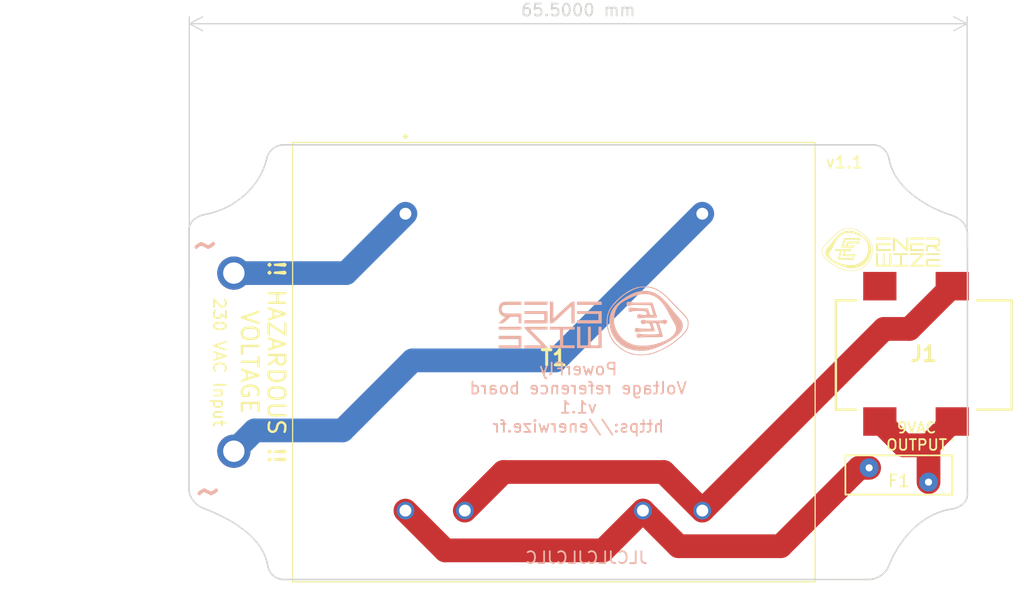
<source format=kicad_pcb>
(kicad_pcb (version 20221018) (generator pcbnew)
  (layers (0 "F.Cu" signal) (31 "B.Cu" signal) (34 "B.Paste" user) (35 "F.Paste" user) (36 "B.SilkS" user "B.Silkscreen") (37 "F.SilkS" user "F.Silkscreen") (38 "B.Mask" user) (39 "F.Mask" user) (44 "Edge.Cuts" user))
  (net 0 "")
  (net 1 "Net-(T1-PRI_1)")
  (net 2 "Net-(T1-PRI_2)")
  (net 3 "Net-(T1-NC_2)")
  (net 4 "Net-(F1-Pad1)")
  (net 5 "Net-(T1-NC_1)")
  (footprint "MountingHole:MountingHole_2.5mm" (layer "F.Cu") (at 116.05 95.85)
    (fp_text reference "H2" hide)
    (fp_text value "MountingHole")
    (pad "" np_thru_hole circle (at 0 0) (size 2.5 2.5) (drill 2.5) (layers "*.Cu" "*.Mask"))
  )
  (footprint "MountingHole:MountingHole_2.5mm" (layer "F.Cu") (at 116.05 69.85)
    (fp_text reference "H1" hide)
    (fp_text value "MountingHole")
    (pad "" np_thru_hole circle (at 0 0) (size 2.5 2.5) (drill 2.5) (layers "F&B.Cu" "*.Mask"))
  )
  (footprint "MountingHole:MountingHole_2.5mm" (layer "F.Cu") (at 167.05 95.85)
    (fp_text reference "H4" hide)
    (fp_text value "MountingHole")
    (pad "" np_thru_hole circle (at 0 0) (size 2.5 2.5) (drill 2.5) (layers "F&B.Cu" "*.Mask"))
  )
  (footprint "my_package:44230" (layer "F.Cu") (at 127.5 70.35)
    (fp_text reference "T1" (at 12.5 12.15) (layer "F.SilkS") (effects (font (size 1.27 1.27) (thickness 0.254))))
    (fp_text value "44230" hide)
    (pad "1" thru_hole circle (at 0 0) (size 1.5 1.5) (drill 1) (layers "*.Cu" "*.Mask") (net 1 "Net-(T1-PRI_1)"))
    (pad "5" thru_hole circle (at 25 0) (size 1.5 1.5) (drill 1) (layers "*.Cu" "*.Mask") (net 2 "Net-(T1-PRI_2)"))
    (pad "6" thru_hole circle (at 25 25) (size 1.5 1.5) (drill 1) (layers "*.Cu" "*.Mask") (net 5 "Net-(T1-NC_1)"))
    (pad "7" thru_hole circle (at 20 25) (size 1.5 1.5) (drill 1) (layers "*.Cu" "*.Mask") (net 3 "Net-(T1-NC_2)"))
    (pad "9" thru_hole circle (at 5 25) (size 1.5 1.5) (drill 1) (layers "*.Cu" "*.Mask") (net 5 "Net-(T1-NC_1)"))
    (pad "10" thru_hole circle (at 0 25) (size 1.5 1.5) (drill 1) (layers "*.Cu" "*.Mask") (net 3 "Net-(T1-NC_2)"))
  )
  (footprint "Enerwize:BottomSolder_2,5mm2" (layer "F.Cu") (at 113.05 75.35)
    (fp_text reference "H5" hide)
    (fp_text value "MountingHole_Pad")
    (pad "" thru_hole circle (at 0 0) (size 2.8 2.8) (drill 1.8) (layers "*.Cu" "B.Mask"))
  )
  (footprint "my_package:logotype_complet_10x3.6mm" (layer "F.Cu") (at 167.55 73.35)
    (fp_text reference "G***" hide)
    (fp_text value "LOGO" hide)
  )
  (footprint "Enerwize:BottomSolder_2,5mm2" (layer "F.Cu") (at 113.05 90.35)
    (fp_text reference "H6" hide)
    (fp_text value "MountingHole_Pad")
    (pad "" thru_hole circle (at 0 0) (size 2.8 2.8) (drill 1.8) (layers "*.Cu" "B.Mask"))
  )
  (footprint "Enerwize:DC00525A20SMT" (layer "F.Cu") (at 171.15 82.15 180)
    (fp_text reference "J1" (at 0 0 180) (layer "F.SilkS") (effects (font (size 1.27 1.27) (thickness 0.254))))
    (fp_text value "DC-005-2.5A-2.0-SMT" hide)
    (pad "" np_thru_hole circle (at -2.4 0 180) (size 1.5 1.5) (drill 1.5) (layers "*.Cu" "*.Mask"))
    (pad "" np_thru_hole circle (at 2.1 0 180) (size 1.7 1.7) (drill 1.7) (layers "*.Cu" "*.Mask"))
    (pad "1" smd rect (at -2.4 -5.7 270) (size 2.4 2.8) (layers "F.Cu" "F.Paste" "F.Mask") (net 4 "Net-(F1-Pad1)"))
    (pad "2" smd rect (at -2.4 5.7 270) (size 2.4 2.8) (layers "F.Cu" "F.Paste" "F.Mask") (net 5 "Net-(T1-NC_1)"))
    (pad "3" smd rect (at 3.7 5.7 270) (size 2.4 2.8) (layers "F.Cu" "F.Paste" "F.Mask"))
    (pad "4" smd rect (at 3.7 -5.7 270) (size 2.4 2.8) (layers "F.Cu" "F.Paste" "F.Mask") (net 4 "Net-(F1-Pad1)"))
  )
  (footprint "MountingHole:MountingHole_2.5mm" (layer "F.Cu") (at 167.05 69.85)
    (fp_text reference "H3" hide)
    (fp_text value "MountingHole")
    (pad "" np_thru_hole circle (at 0 0) (size 2.5 2.5) (drill 2.5) (layers "F&B.Cu" "*.Mask"))
  )
  (footprint "Enerwize:RV_Disc_D9mm_W3.3mm_P5mm" (layer "F.Cu") (at 171.55 92.95 180)
    (fp_text reference "F1" (at 2.5 0.1) (layer "F.SilkS"))
    (fp_text value "630mA")
    (pad "1" thru_hole circle (at 0 0 180) (size 1.6 1.6) (drill 0.6) (layers "*.Cu" "*.Mask") (net 4 "Net-(F1-Pad1)"))
    (pad "2" thru_hole circle (at 5 1.2 180) (size 1.6 1.6) (drill 0.6) (layers "*.Cu" "*.Mask") (net 3 "Net-(T1-NC_2)"))
  )
  (footprint "my_package:logotype_complet_16x6mm" (layer "B.Cu") (at 143.35 79.35 180)
    (fp_text reference "G***" hide)
    (fp_text value "LOGO" hide)
  )
  (gr_line (start 116.793126 64.621618) (end 116.854175 64.602811) (stroke (width 0.125179)) (layer "Edge.Cuts"))
  (gr_line (start 110.03093 94.898164) (end 109.92313 94.811307) (stroke (width 0.125179)) (layer "Edge.Cuts"))
  (gr_line (start 167.575574 64.753065) (end 167.625704 64.78628) (stroke (width 0.125179)) (layer "Edge.Cuts"))
  (gr_line (start 116.134634 65.073246) (end 116.175164 65.02692) (stroke (width 0.125179)) (layer "Edge.Cuts"))
  (gr_line (start 116.633232 101.006819) (end 116.580519 100.97811) (stroke (width 0.125179)) (layer "Edge.Cuts"))
  (gr_line (start 109.616919 70.912291) (end 109.660659 70.869455) (stroke (width 0.125179)) (layer "Edge.Cuts"))
  (gr_line (start 167.94411 100.446911) (end 167.901694 100.497379) (stroke (width 0.125179)) (layer "Edge.Cuts"))
  (gr_line (start 173.807252 70.599836) (end 173.927981 70.662474) (stroke (width 0.125179)) (layer "Edge.Cuts"))
  (gr_line (start 109.348097 93.990978) (end 109.328403 93.929924) (stroke (width 0.125179)) (layer "Edge.Cuts"))
  (gr_line (start 115.861176 65.550787) (end 115.882884 65.493296) (stroke (width 0.125179)) (layer "Edge.Cuts"))
  (gr_line (start 166.922596 64.550492) (end 166.989039 64.555127) (stroke (width 0.125179)) (layer "Edge.Cuts"))
  (gr_line (start 109.660659 70.869455) (end 109.706489 70.828162) (stroke (width 0.125179)) (layer "Edge.Cuts"))
  (gr_line (start 109.706489 70.828162) (end 109.754321 70.788455) (stroke (width 0.125179)) (layer "Edge.Cuts"))
  (gr_line (start 167.321563 100.952198) (end 167.260527 100.982364) (stroke (width 0.125179)) (layer "Edge.Cuts"))
  (gr_line (start 168.193235 65.611434) (end 168.220426 65.730852) (stroke (width 0.125179)) (layer "Edge.Cuts"))
  (gr_line (start 115.810186 65.727991) (end 115.82478 65.668214) (stroke (width 0.125179)) (layer "Edge.Cuts"))
  (gr_line (start 109.370509 94.051648) (end 109.348097 93.990978) (stroke (width 0.125179)) (layer "Edge.Cuts"))
  (gr_line (start 110.261517 95.048577) (end 110.143948 94.977489) (stroke (width 0.125179)) (layer "Edge.Cuts"))
  (gr_line (start 166.808365 101.127283) (end 166.741148 101.137572) (stroke (width 0.125179)) (layer "Edge.Cuts"))
  (gr_line (start 116.67497 64.666936) (end 116.733375 64.643019) (stroke (width 0.125179)) (layer "Edge.Cuts"))
  (gr_line (start 167.260527 100.982364) (end 167.198445 101.010322) (stroke (width 0.125179)) (layer "Edge.Cuts"))
  (gr_line (start 109.804066 70.750376) (end 109.855635 70.713965) (stroke (width 0.125179)) (layer "Edge.Cuts"))
  (gr_line (start 109.403346 71.199376) (end 109.432681 71.148158) (stroke (width 0.125179)) (layer "Edge.Cuts"))
  (gr_line (start 174.1903 94.984236) (end 174.135214 95.014587) (stroke (width 0.125179)) (layer "Edge.Cuts"))
  (gr_line (start 168.400899 66.385923) (end 168.483941 66.595317) (stroke (width 0.125179)) (layer "Edge.Cuts"))
  (gr_line (start 174.826316 71.935579) (end 174.828015 71.996889) (stroke (width 0.125179)) (layer "Edge.Cuts"))
  (gr_line (start 116.580519 100.97811) (end 116.529464 100.947119) (stroke (width 0.125179)) (layer "Edge.Cuts"))
  (gr_line (start 110.92775 95.327361) (end 110.50765 95.163218) (stroke (width 0.125179)) (layer "Edge.Cuts"))
  (gr_line (start 116.355399 64.858798) (end 116.404754 64.821463) (stroke (width 0.125179)) (layer "Edge.Cuts"))
  (gr_line (start 116.175164 65.02692) (end 116.217552 64.982232) (stroke (width 0.125179)) (layer "Edge.Cuts"))
  (gr_line (start 111.060442 70.31916) (end 111.524794 70.18303) (stroke (width 0.125179)) (layer "Edge.Cuts"))
  (gr_line (start 174.723271 94.441207) (end 174.696636 94.49199) (stroke (width 0.125179)) (layer "Edge.Cuts"))
  (gr_line (start 172.24394 69.998202) (end 172.681403 70.186978) (stroke (width 0.125179)) (layer "Edge.Cuts"))
  (gr_line (start 109.297503 93.807015) (end 109.286464 93.745337) (stroke (width 0.125179)) (layer "Edge.Cuts"))
  (gr_line (start 112.222864 95.920911) (end 111.789573 95.705881) (stroke (width 0.125179)) (layer "Edge.Cuts"))
  (gr_line (start 116.687575 101.033167) (end 116.633232 101.006819) (stroke (width 0.125179)) (layer "Edge.Cuts"))
  (gr_line (start 112.830354 69.59384) (end 113.23045 69.3425) (stroke (width 0.125179)) (layer "Edge.Cuts"))
  (gr_line (start 115.052845 98.117746) (end 114.906894 97.937696) (stroke (width 0.125179)) (layer "Edge.Cuts"))
  (gr_line (start 113.610038 69.066349) (end 113.967341 68.766984) (stroke (width 0.125179)) (layer "Edge.Cuts"))
  (gr_line (start 174.524475 94.724423) (end 174.482861 94.766404) (stroke (width 0.125179)) (layer "Edge.Cuts"))
  (gr_line (start 114.906894 97.937696) (end 114.752558 97.762622) (stroke (width 0.125179)) (layer "Edge.Cuts"))
  (gr_line (start 116.801032 101.078463) (end 116.743518 101.057074) (stroke (width 0.125179)) (layer "Edge.Cuts"))
  (gr_line (start 174.787008 71.693426) (end 174.801535 71.753361) (stroke (width 0.125179)) (layer "Edge.Cuts"))
  (gr_line (start 167.071457 101.059301) (end 167.006706 101.080162) (stroke (width 0.125179)) (layer "Edge.Cuts"))
  (gr_line (start 109.278476 93.683627) (end 109.273622 93.621974) (stroke (width 0.125179)) (layer "Edge.Cuts"))
  (gr_line (start 115.317484 98.492938) (end 115.189884 98.302813) (stroke (width 0.125179)) (layer "Edge.Cuts"))
  (gr_line (start 117.046203 101.137264) (end 116.982701 101.126734) (stroke (width 0.125179)) (layer "Edge.Cuts"))
  (gr_line (start 174.563812 94.6809) (end 174.524475 94.724423) (stroke (width 0.125179)) (layer "Edge.Cuts"))
  (gr_line (start 109.314007 71.416331) (end 109.331964 71.360363) (stroke (width 0.125179)) (layer "Edge.Cuts"))
  (gr_line (start 115.79545 99.520866) (end 115.722951 99.304838) (stroke (width 0.125179)) (layer "Edge.Cuts"))
  (gr_line (start 167.99715 65.171312) (end 168.058736 65.274445) (stroke (width 0.125179)) (layer "Edge.Cuts"))
  (gr_line (start 174.044177 70.733068) (end 174.155136 70.811057) (stroke (width 0.125179)) (layer "Edge.Cuts"))
  (gr_line (start 172.681403 70.186978) (end 173.119599 70.354551) (stroke (width 0.125179)) (layer "Edge.Cuts"))
  (gr_line (start 171.881237 95.731861) (end 171.668553 95.842587) (stroke (width 0.125179)) (layer "Edge.Cuts"))
  (gr_line (start 167.241314 64.602808) (end 167.300842 64.621619) (stroke (width 0.125179)) (layer "Edge.Cuts"))
  (gr_line (start 168.092414 100.23407) (end 168.058698 100.288767) (stroke (width 0.125179)) (layer "Edge.Cuts"))
  (gr_line (start 167.984468 100.395267) (end 167.94411 100.446911) (stroke (width 0.125179)) (layer "Edge.Cuts"))
  (gr_line (start 173.119599 70.354551) (end 173.55502 70.500666) (stroke (width 0.125179)) (layer "Edge.Cuts"))
  (gr_line (start 116.562381 64.721998) (end 116.617956 64.693289) (stroke (width 0.125179)) (layer "Edge.Cuts"))
  (gr_line (start 174.828015 71.996889) (end 174.828015 93.988428) (stroke (width 0.125179)) (layer "Edge.Cuts"))
  (gr_line (start 169.831099 68.434588) (end 170.190463 68.745218) (stroke (width 0.125179)) (layer "Edge.Cuts"))
  (gr_line (start 114.887761 67.745576) (end 115.138147 67.369325) (stroke (width 0.125179)) (layer "Edge.Cuts"))
  (gr_line (start 173.021262 95.312717) (end 172.783161 95.377301) (stroke (width 0.125179)) (layer "Edge.Cuts"))
  (gr_line (start 174.747102 94.389063) (end 174.723271 94.441207) (stroke (width 0.125179)) (layer "Edge.Cuts"))
  (gr_line (start 166.673508 101.145019) (end 166.605524 101.149545) (stroke (width 0.125179)) (layer "Edge.Cuts"))
  (gr_line (start 116.508292 64.752983) (end 116.562381 64.721998) (stroke (width 0.125179)) (layer "Edge.Cuts"))
  (gr_line (start 169.660685 68.271977) (end 169.831099 68.434588) (stroke (width 0.125179)) (layer "Edge.Cuts"))
  (gr_line (start 173.55502 70.500666) (end 173.682696 70.545713) (stroke (width 0.125179)) (layer "Edge.Cuts"))
  (gr_line (start 168.365452 99.616321) (end 168.202802 100.007479) (stroke (width 0.125179)) (layer "Edge.Cuts"))
  (gr_line (start 110.198391 70.532905) (end 110.323217 70.487804) (stroke (width 0.125179)) (layer "Edge.Cuts"))
  (gr_line (start 110.452146 70.45089) (end 110.58447 70.422495) (stroke (width 0.125179)) (layer "Edge.Cuts"))
  (gr_line (start 116.024659 65.221263) (end 116.059335 65.170498) (stroke (width 0.125179)) (layer "Edge.Cuts"))
  (gr_line (start 169.497034 68.104543) (end 169.660685 68.271977) (stroke (width 0.125179)) (layer "Edge.Cuts"))
  (gr_line (start 167.625704 64.78628) (end 167.674152 64.821618) (stroke (width 0.125179)) (layer "Edge.Cuts"))
  (gr_line (start 115.35736 66.977844) (end 115.543623 66.57273) (stroke (width 0.125179)) (layer "Edge.Cuts"))
  (gr_line (start 169.531311 97.686185) (end 169.252073 98.058284) (stroke (width 0.125179)) (layer "Edge.Cuts"))
  (gr_line (start 115.542257 98.888527) (end 115.435117 98.688163) (stroke (width 0.125179)) (layer "Edge.Cuts"))
  (gr_line (start 174.243725 94.952135) (end 174.1903 94.984236) (stroke (width 0.125179)) (layer "Edge.Cuts"))
  (gr_line (start 115.757346 65.942991) (end 115.810186 65.727991) (stroke (width 0.125179)) (layer "Edge.Cuts"))
  (gr_line (start 109.423156 94.171483) (end 109.395556 94.111846) (stroke (width 0.125179)) (layer "Edge.Cuts"))
  (gr_line (start 174.749082 71.575184) (end 174.769494 71.63401) (stroke (width 0.125179)) (layer "Edge.Cuts"))
  (gr_line (start 115.927747 100.088464) (end 115.90212 99.968874) (stroke (width 0.125179)) (layer "Edge.Cuts"))
  (gr_line (start 115.543623 66.57273) (end 115.695157 66.15558) (stroke (width 0.125179)) (layer "Edge.Cuts"))
  (gr_line (start 114.30058 68.446003) (end 114.60798 68.105001) (stroke (width 0.125179)) (layer "Edge.Cuts"))
  (gr_line (start 116.056933 100.425755) (end 116.005389 100.317533) (stroke (width 0.125179)) (layer "Edge.Cuts"))
  (gr_line (start 109.92313 94.811307) (end 109.821212 94.717623) (stroke (width 0.125179)) (layer "Edge.Cuts"))
  (gr_line (start 116.005389 100.317533) (end 115.962249 100.204894) (stroke (width 0.125179)) (layer "Edge.Cuts"))
  (gr_line (start 168.058736 65.274445) (end 168.112124 65.382598) (stroke (width 0.125179)) (layer "Edge.Cuts"))
  (gr_line (start 168.483941 66.595317) (end 168.577695 66.800177) (stroke (width 0.125179)) (layer "Edge.Cuts"))
  (gr_line (start 117.044648 64.562758) (end 117.110425 64.555129) (stroke (width 0.125179)) (layer "Edge.Cuts"))
  (gr_line (start 170.87007 96.362009) (end 170.502678 96.662115) (stroke (width 0.125179)) (layer "Edge.Cuts"))
  (gr_line (start 174.696636 94.49199) (end 174.667284 94.54138) (stroke (width 0.125179)) (layer "Edge.Cuts"))
  (gr_line (start 114.60798 68.105001) (end 114.887761 67.745576) (stroke (width 0.125179)) (layer "Edge.Cuts"))
  (gr_line (start 174.828015 93.988428) (end 174.826276 94.049269) (stroke (width 0.125179)) (layer "Edge.Cuts"))
  (gr_line (start 110.143948 94.977489) (end 110.03093 94.898164) (stroke (width 0.125179)) (layer "Edge.Cuts"))
  (gr_line (start 167.415417 64.666956) (end 167.470396 64.693324) (stroke (width 0.125179)) (layer "Edge.Cuts"))
  (gr_line (start 109.273622 93.621974) (end 109.271985 93.560465) (stroke (width 0.125179)) (layer "Edge.Cuts"))
  (gr_line (start 167.810999 100.594467) (end 167.762876 100.640929) (stroke (width 0.125179)) (layer "Edge.Cuts"))
  (gr_line (start 167.523793 64.722054) (end 167.575574 64.753065) (stroke (width 0.125179)) (layer "Edge.Cuts"))
  (gr_line (start 110.382973 95.110721) (end 110.321801 95.080811) (stroke (width 0.125179)) (layer "Edge.Cuts"))
  (gr_line (start 168.995583 98.440499) (end 168.762127 98.829679) (stroke (width 0.125179)) (layer "Edge.Cuts"))
  (gr_line (start 110.58447 70.422495) (end 111.060442 70.31916) (stroke (width 0.125179)) (layer "Edge.Cuts"))
  (gr_line (start 167.857298 100.54659) (end 167.810999 100.594467) (stroke (width 0.125179)) (layer "Edge.Cuts"))
  (gr_line (start 168.152659 100.122176) (end 168.123761 100.178513) (stroke (width 0.125179)) (layer "Edge.Cuts"))
  (gr_line (start 172.550073 95.451902) (end 172.322033 95.536124) (stroke (width 0.125179)) (layer "Edge.Cuts"))
  (gr_line (start 174.482861 94.766404) (end 174.439059 94.806813) (stroke (width 0.125179)) (layer "Edge.Cuts"))
  (gr_line (start 168.02269 100.342526) (end 167.984468 100.395267) (stroke (width 0.125179)) (layer "Edge.Cuts"))
  (gr_line (start 174.155136 70.811057) (end 174.260149 70.895881) (stroke (width 0.125179)) (layer "Edge.Cuts"))
  (gr_line (start 109.432681 71.148158) (end 109.464638 71.098232) (stroke (width 0.125179)) (layer "Edge.Cuts"))
  (gr_line (start 167.358887 64.643028) (end 167.415417 64.666956) (stroke (width 0.125179)) (layer "Edge.Cuts"))
  (gr_line (start 116.982701 101.126734) (end 116.920653 101.113372) (stroke (width 0.125179)) (layer "Edge.Cuts"))
  (gr_line (start 109.286464 93.745337) (end 109.278476 93.683627) (stroke (width 0.125179)) (layer "Edge.Cuts"))
  (gr_line (start 174.801535 71.753361) (end 174.812988 71.813744) (stroke (width 0.125179)) (layer "Edge.Cuts"))
  (gr_line (start 113.23045 69.3425) (end 113.610038 69.066349) (stroke (width 0.125179)) (layer "Edge.Cuts"))
  (gr_line (start 168.157046 65.495138) (end 168.193235 65.611434) (stroke (width 0.125179)) (layer "Edge.Cuts"))
  (gr_line (start 116.386549 100.841233) (end 116.342425 100.801895) (stroke (width 0.125179)) (layer "Edge.Cuts"))
  (gr_line (start 110.07838 70.585855) (end 110.198391 70.532905) (stroke (width 0.125179)) (layer "Edge.Cuts"))
  (gr_line (start 115.841793 65.609119) (end 115.861176 65.550787) (stroke (width 0.125179)) (layer "Edge.Cuts"))
  (gr_line (start 109.855635 70.713965) (end 109.908939 70.679266) (stroke (width 0.125179)) (layer "Edge.Cuts"))
  (gr_line (start 167.720884 64.859002) (end 167.765866 64.898352) (stroke (width 0.125179)) (layer "Edge.Cuts"))
  (gr_line (start 110.50765 95.163218) (end 110.44495 95.13822) (stroke (width 0.125179)) (layer "Edge.Cuts"))
  (gr_line (start 174.72586 71.517016) (end 174.749082 71.575184) (stroke (width 0.125179)) (layer "Edge.Cuts"))
  (gr_line (start 117.177447 101.149511) (end 117.111128 101.144883) (stroke (width 0.125179)) (layer "Edge.Cuts"))
  (gr_line (start 116.217552 64.982232) (end 116.261752 64.939263) (stroke (width 0.125179)) (layer "Edge.Cuts"))
  (gr_line (start 115.82478 65.668214) (end 115.841793 65.609119) (stroke (width 0.125179)) (layer "Edge.Cuts"))
  (gr_line (start 113.07313 96.404149) (end 112.652121 96.153558) (stroke (width 0.125179)) (layer "Edge.Cuts"))
  (gr_line (start 167.674152 64.821618) (end 167.720884 64.859002) (stroke (width 0.125179)) (layer "Edge.Cuts"))
  (gr_line (start 174.393157 94.845621) (end 174.345242 94.882797) (stroke (width 0.125179)) (layer "Edge.Cuts"))
  (gr_line (start 116.184287 100.626432) (end 116.116644 100.528931) (stroke (width 0.125179)) (layer "Edge.Cuts"))
  (gr_line (start 116.404754 64.821463) (end 116.455734 64.786164) (stroke (width 0.125179)) (layer "Edge.Cuts"))
  (gr_line (start 167.765866 64.898352) (end 167.809066 64.939589) (stroke (width 0.125179)) (layer "Edge.Cuts"))
  (gr_line (start 116.916476 64.586679) (end 116.979983 64.573302) (stroke (width 0.125179)) (layer "Edge.Cuts"))
  (gr_line (start 109.725843 94.617817) (end 109.637687 94.512594) (stroke (width 0.125179)) (layer "Edge.Cuts"))
  (gr_line (start 174.821117 94.108957) (end 174.812626 94.167463) (stroke (width 0.125179)) (layer "Edge.Cuts"))
  (gr_line (start 115.855349 99.742198) (end 115.79545 99.520866) (stroke (width 0.125179)) (layer "Edge.Cuts"))
  (gr_line (start 166.875083 101.114233) (end 166.808365 101.127283) (stroke (width 0.125179)) (layer "Edge.Cuts"))
  (gr_line (start 174.295402 94.918312) (end 174.243725 94.952135) (stroke (width 0.125179)) (layer "Edge.Cuts"))
  (gr_line (start 109.821212 94.717623) (end 109.725843 94.617817) (stroke (width 0.125179)) (layer "Edge.Cuts"))
  (gr_line (start 173.90002 95.117875) (end 173.774745 95.158232) (stroke (width 0.125179)) (layer "Edge.Cuts"))
  (gr_line (start 174.786 94.280807) (end 174.768041 94.335586) (stroke (width 0.125179)) (layer "Edge.Cuts"))
  (gr_line (start 111.524794 70.18303) (end 111.975748 70.015702) (stroke (width 0.125179)) (layer "Edge.Cuts"))
  (gr_line (start 109.754321 70.788455) (end 109.804066 70.750376) (stroke (width 0.125179)) (layer "Edge.Cuts"))
  (gr_line (start 167.054165 64.562755) (end 167.117942 64.573297) (stroke (width 0.125179)) (layer "Edge.Cuts"))
  (gr_line (start 169.252073 98.058284) (end 168.995583 98.440499) (stroke (width 0.125179)) (layer "Edge.Cuts"))
  (gr_line (start 115.695157 66.15558) (end 115.757346 65.942991) (stroke (width 0.125179)) (layer "Edge.Cuts"))
  (gr_line (start 166.741148 101.137572) (end 166.673508 101.145019) (stroke (width 0.125179)) (layer "Edge.Cuts"))
  (gr_line (start 167.198445 101.010322) (end 167.135396 101.035994) (stroke (width 0.125179)) (layer "Edge.Cuts"))
  (gr_line (start 114.590363 97.592484) (end 114.420837 97.42724) (stroke (width 0.125179)) (layer "Edge.Cuts"))
  (gr_line (start 117.24513 64.548929) (end 166.854871 64.548929) (stroke (width 0.125179)) (layer "Edge.Cuts"))
  (gr_line (start 109.299116 71.473381) (end 109.314007 71.416331) (stroke (width 0.125179)) (layer "Edge.Cuts"))
  (gr_line (start 174.020411 95.069913) (end 173.90002 95.117875) (stroke (width 0.125179)) (layer "Edge.Cuts"))
  (gr_line (start 116.455734 64.786164) (end 116.508292 64.752983) (stroke (width 0.125179)) (layer "Edge.Cuts"))
  (gr_line (start 109.271985 93.560465) (end 109.271985 71.711573) (stroke (width 0.125179)) (layer "Edge.Cuts"))
  (gr_line (start 171.385255 69.558063) (end 171.810721 69.788479) (stroke (width 0.125179)) (layer "Edge.Cuts"))
  (gr_line (start 167.440189 100.885562) (end 167.381477 100.919905) (stroke (width 0.125179)) (layer "Edge.Cuts"))
  (gr_line (start 111.789573 95.705881) (end 111.356463 95.508139) (stroke (width 0.125179)) (layer "Edge.Cuts"))
  (gr_line (start 167.117942 64.573297) (end 167.180336 64.586674) (stroke (width 0.125179)) (layer "Edge.Cuts"))
  (gr_line (start 109.328403 93.929924) (end 109.311511 93.868573) (stroke (width 0.125179)) (layer "Edge.Cuts"))
  (gr_line (start 167.553699 100.81105) (end 167.497622 100.849251) (stroke (width 0.125179)) (layer "Edge.Cuts"))
  (gr_line (start 109.311511 93.868573) (end 109.297503 93.807015) (stroke (width 0.125179)) (layer "Edge.Cuts"))
  (gr_line (start 116.300108 100.760668) (end 116.259626 100.717629) (stroke (width 0.125179)) (layer "Edge.Cuts"))
  (gr_line (start 114.420837 97.42724) (end 114.244506 97.26685) (stroke (width 0.125179)) (layer "Edge.Cuts"))
  (gr_line (start 166.854871 64.548929) (end 166.922596 64.550492) (stroke (width 0.125179)) (layer "Edge.Cuts"))
  (gr_line (start 174.439059 94.806813) (end 174.393157 94.845621) (stroke (width 0.125179)) (layer "Edge.Cuts"))
  (gr_line (start 168.123761 100.178513) (end 168.092414 100.23407) (stroke (width 0.125179)) (layer "Edge.Cuts"))
  (gr_line (start 109.908939 70.679266) (end 109.963891 70.64632) (stroke (width 0.125179)) (layer "Edge.Cuts"))
  (gr_line (start 116.259626 100.717629) (end 116.221009 100.672858) (stroke (width 0.125179)) (layer "Edge.Cuts"))
  (gr_line (start 172.783161 95.377301) (end 172.550073 95.451902) (stroke (width 0.125179)) (layer "Edge.Cuts"))
  (gr_line (start 111.356463 95.508139) (end 110.92775 95.327361) (stroke (width 0.125179)) (layer "Edge.Cuts"))
  (gr_line (start 174.449519 71.083797) (end 174.532463 71.185768) (stroke (width 0.125179)) (layer "Edge.Cuts"))
  (gr_line (start 116.096009 65.121132) (end 116.134634 65.073246) (stroke (width 0.125179)) (layer "Edge.Cuts"))
  (gr_line (start 166.605524 101.149545) (end 166.537274 101.151072) (stroke (width 0.125179)) (layer "Edge.Cuts"))
  (gr_line (start 167.006706 101.080162) (end 166.941222 101.098499) (stroke (width 0.125179)) (layer "Edge.Cuts"))
  (gr_line (start 173.927981 70.662474) (end 174.044177 70.733068) (stroke (width 0.125179)) (layer "Edge.Cuts"))
  (gr_line (start 109.376723 71.251844) (end 109.403346 71.199376) (stroke (width 0.125179)) (layer "Edge.Cuts"))
  (gr_line (start 168.79558 67.196164) (end 168.918835 67.387228) (stroke (width 0.125179)) (layer "Edge.Cuts"))
  (gr_line (start 109.287379 71.531473) (end 109.299116 71.473381) (stroke (width 0.125179)) (layer "Edge.Cuts"))
  (gr_line (start 115.90687 65.436727) (end 115.933087 65.38116) (stroke (width 0.125179)) (layer "Edge.Cuts"))
  (gr_line (start 167.889982 65.027407) (end 167.927632 65.073831) (stroke (width 0.125179)) (layer "Edge.Cuts"))
  (gr_line (start 167.135396 101.035994) (end 167.071457 101.059301) (stroke (width 0.125179)) (layer "Edge.Cuts"))
  (gr_line (start 174.821278 71.874507) (end 174.826316 71.935579) (stroke (width 0.125179)) (layer "Edge.Cuts"))
  (gr_line (start 167.381477 100.919905) (end 167.321563 100.952198) (stroke (width 0.125179)) (layer "Edge.Cuts"))
  (gr_line (start 172.322033 95.536124) (end 172.099075 95.629576) (stroke (width 0.125179)) (layer "Edge.Cuts"))
  (gr_line (start 174.135214 95.014587) (end 174.078555 95.043156) (stroke (width 0.125179)) (layer "Edge.Cuts"))
  (gr_line (start 173.512357 95.215174) (end 173.264339 95.258543) (stroke (width 0.125179)) (layer "Edge.Cuts"))
  (gr_line (start 109.575359 70.956628) (end 109.616919 70.912291) (stroke (width 0.125179)) (layer "Edge.Cuts"))
  (gr_line (start 174.826276 94.049269) (end 174.821117 94.108957) (stroke (width 0.125179)) (layer "Edge.Cuts"))
  (gr_line (start 116.342425 100.801895) (end 116.300108 100.760668) (stroke (width 0.125179)) (layer "Edge.Cuts"))
  (gr_line (start 115.138147 67.369325) (end 115.35736 66.977844) (stroke (width 0.125179)) (layer "Edge.Cuts"))
  (gr_line (start 115.722951 99.304838) (end 115.638377 99.094071) (stroke (width 0.125179)) (layer "Edge.Cuts"))
  (gr_line (start 174.768041 94.335586) (end 174.747102 94.389063) (stroke (width 0.125179)) (layer "Edge.Cuts"))
  (gr_line (start 174.078555 95.043156) (end 174.020411 95.069913) (stroke (width 0.125179)) (layer "Edge.Cuts"))
  (gr_line (start 113.873537 96.960467) (end 113.481673 96.673009) (stroke (width 0.125179)) (layer "Edge.Cuts"))
  (gr_line (start 109.271985 71.711573) (end 109.273725 71.65061) (stroke (width 0.125179)) (layer "Edge.Cuts"))
  (gr_line (start 115.435117 98.688163) (end 115.317484 98.492938) (stroke (width 0.125179)) (layer "Edge.Cuts"))
  (gr_line (start 174.635305 94.589349) (end 174.600784 94.635865) (stroke (width 0.125179)) (layer "Edge.Cuts"))
  (gr_line (start 116.920653 101.113372) (end 116.860086 101.097255) (stroke (width 0.125179)) (layer "Edge.Cuts"))
  (gr_line (start 116.43245 100.878601) (end 116.386549 100.841233) (stroke (width 0.125179)) (layer "Edge.Cuts"))
  (gr_line (start 116.221009 100.672858) (end 116.184287 100.626432) (stroke (width 0.125179)) (layer "Edge.Cuts"))
  (gr_line (start 167.300842 64.621619) (end 167.358887 64.643028) (stroke (width 0.125179)) (layer "Edge.Cuts"))
  (gr_line (start 113.481673 96.673009) (end 113.07313 96.404149) (stroke (width 0.125179)) (layer "Edge.Cuts"))
  (gr_line (start 109.273725 71.65061) (end 109.278886 71.590563) (stroke (width 0.125179)) (layer "Edge.Cuts"))
  (gr_line (start 110.321801 95.080811) (end 110.261517 95.048577) (stroke (width 0.125179)) (layer "Edge.Cuts"))
  (gr_line (start 170.97105 69.307211) (end 171.385255 69.558063) (stroke (width 0.125179)) (layer "Edge.Cuts"))
  (gr_line (start 166.537274 101.151072) (end 117.24513 101.151072) (stroke (width 0.125179)) (layer "Edge.Cuts"))
  (gr_line (start 168.179032 100.065138) (end 168.152659 100.122176) (stroke (width 0.125179)) (layer "Edge.Cuts"))
  (gr_line (start 174.260149 70.895881) (end 174.358513 70.986981) (stroke (width 0.125179)) (layer "Edge.Cuts"))
  (gr_line (start 170.571617 69.036178) (end 170.97105 69.307211) (stroke (width 0.125179)) (layer "Edge.Cuts"))
  (gr_line (start 167.470396 64.693324) (end 167.523793 64.722054) (stroke (width 0.125179)) (layer "Edge.Cuts"))
  (gr_line (start 167.180336 64.586674) (end 167.241314 64.602808) (stroke (width 0.125179)) (layer "Edge.Cuts"))
  (gr_line (start 114.752558 97.762622) (end 114.590363 97.592484) (stroke (width 0.125179)) (layer "Edge.Cuts"))
  (gr_line (start 117.111128 101.144883) (end 117.046203 101.137264) (stroke (width 0.125179)) (layer "Edge.Cuts"))
  (gr_line (start 116.307716 64.898091) (end 116.355399 64.858798) (stroke (width 0.125179)) (layer "Edge.Cuts"))
  (gr_line (start 174.667284 94.54138) (end 174.635305 94.589349) (stroke (width 0.125179)) (layer "Edge.Cuts"))
  (gr_line (start 170.156898 96.984948) (end 169.833014 97.327356) (stroke (width 0.125179)) (layer "Edge.Cuts"))
  (gr_line (start 117.24513 101.151072) (end 117.177447 101.149511) (stroke (width 0.125179)) (layer "Edge.Cuts"))
  (gr_line (start 168.762127 98.829679) (end 168.551989 99.22267) (stroke (width 0.125179)) (layer "Edge.Cuts"))
  (gr_line (start 174.812988 71.813744) (end 174.821278 71.874507) (stroke (width 0.125179)) (layer "Edge.Cuts"))
  (gr_line (start 167.60834 100.771037) (end 167.553699 100.81105) (stroke (width 0.125179)) (layer "Edge.Cuts"))
  (gr_line (start 113.967341 68.766984) (end 114.30058 68.446003) (stroke (width 0.125179)) (layer "Edge.Cuts"))
  (gr_line (start 168.202802 100.007479) (end 168.179032 100.065138) (stroke (width 0.125179)) (layer "Edge.Cuts"))
  (gr_line (start 116.733375 64.643019) (end 116.793126 64.621618) (stroke (width 0.125179)) (layer "Edge.Cuts"))
  (gr_line (start 168.918835 67.387228) (end 169.051046 67.57363) (stroke (width 0.125179)) (layer "Edge.Cuts"))
  (gr_line (start 167.901694 100.497379) (end 167.857298 100.54659) (stroke (width 0.125179)) (layer "Edge.Cuts"))
  (gr_line (start 167.809066 64.939589) (end 167.850448 64.982633) (stroke (width 0.125179)) (layer "Edge.Cuts"))
  (gr_line (start 168.220426 65.730852) (end 168.268703 65.953659) (stroke (width 0.125179)) (layer "Edge.Cuts"))
  (gr_line (start 115.882884 65.493296) (end 115.90687 65.436727) (stroke (width 0.125179)) (layer "Edge.Cuts"))
  (gr_line (start 167.762876 100.640929) (end 167.661469 100.729294) (stroke (width 0.125179)) (layer "Edge.Cuts"))
  (gr_line (start 110.44495 95.13822) (end 110.382973 95.110721) (stroke (width 0.125179)) (layer "Edge.Cuts"))
  (gr_line (start 173.682696 70.545713) (end 173.807252 70.599836) (stroke (width 0.125179)) (layer "Edge.Cuts"))
  (gr_line (start 116.480098 100.913923) (end 116.43245 100.878601) (stroke (width 0.125179)) (layer "Edge.Cuts"))
  (gr_line (start 168.268703 65.953659) (end 168.329007 66.172026) (stroke (width 0.125179)) (layer "Edge.Cuts"))
  (gr_line (start 168.551989 99.22267) (end 168.365452 99.616321) (stroke (width 0.125179)) (layer "Edge.Cuts"))
  (gr_line (start 168.68172 67.00047) (end 168.79558 67.196164) (stroke (width 0.125179)) (layer "Edge.Cuts"))
  (gr_line (start 174.600784 94.635865) (end 174.563812 94.6809) (stroke (width 0.125179)) (layer "Edge.Cuts"))
  (gr_line (start 116.059335 65.170498) (end 116.096009 65.121132) (stroke (width 0.125179)) (layer "Edge.Cuts"))
  (gr_line (start 174.606639 71.292335) (end 174.640218 71.347167) (stroke (width 0.125179)) (layer "Edge.Cuts"))
  (gr_line (start 169.191776 67.755338) (end 169.340584 67.93232) (stroke (width 0.125179)) (layer "Edge.Cuts"))
  (gr_line (start 109.963891 70.64632) (end 110.07838 70.585855) (stroke (width 0.125179)) (layer "Edge.Cuts"))
  (gr_line (start 115.962249 100.204894) (end 115.927747 100.088464) (stroke (width 0.125179)) (layer "Edge.Cuts"))
  (gr_line (start 174.812626 94.167463) (end 174.800891 94.224756) (stroke (width 0.125179)) (layer "Edge.Cuts"))
  (gr_line (start 174.800891 94.224756) (end 174.786 94.280807) (stroke (width 0.125179)) (layer "Edge.Cuts"))
  (gr_line (start 171.810721 69.788479) (end 172.24394 69.998202) (stroke (width 0.125179)) (layer "Edge.Cuts"))
  (gr_line (start 109.536066 71.002426) (end 109.575359 70.956628) (stroke (width 0.125179)) (layer "Edge.Cuts"))
  (gr_line (start 172.099075 95.629576) (end 171.881237 95.731861) (stroke (width 0.125179)) (layer "Edge.Cuts"))
  (gr_line (start 116.860086 101.097255) (end 116.801032 101.078463) (stroke (width 0.125179)) (layer "Edge.Cuts"))
  (gr_line (start 171.461058 95.961358) (end 171.258789 96.087782) (stroke (width 0.125179)) (layer "Edge.Cuts"))
  (gr_line (start 168.577695 66.800177) (end 168.68172 67.00047) (stroke (width 0.125179)) (layer "Edge.Cuts"))
  (gr_line (start 174.699917 71.459577) (end 174.72586 71.517016) (stroke (width 0.125179)) (layer "Edge.Cuts"))
  (gr_line (start 112.411527 69.818773) (end 112.830354 69.59384) (stroke (width 0.125179)) (layer "Edge.Cuts"))
  (gr_line (start 173.64529 95.190745) (end 173.512357 95.215174) (stroke (width 0.125179)) (layer "Edge.Cuts"))
  (gr_line (start 116.617956 64.693289) (end 116.67497 64.666936) (stroke (width 0.125179)) (layer "Edge.Cuts"))
  (gr_line (start 174.345242 94.882797) (end 174.295402 94.918312) (stroke (width 0.125179)) (layer "Edge.Cuts"))
  (gr_line (start 115.90212 99.968874) (end 115.855349 99.742198) (stroke (width 0.125179)) (layer "Edge.Cuts"))
  (gr_line (start 110.323217 70.487804) (end 110.452146 70.45089) (stroke (width 0.125179)) (layer "Edge.Cuts"))
  (gr_line (start 109.637687 94.512594) (end 109.55741 94.402661) (stroke (width 0.125179)) (layer "Edge.Cuts"))
  (gr_line (start 112.652121 96.153558) (end 112.222864 95.920911) (stroke (width 0.125179)) (layer "Edge.Cuts"))
  (gr_line (start 174.358513 70.986981) (end 174.449519 71.083797) (stroke (width 0.125179)) (layer "Edge.Cuts"))
  (gr_line (start 167.850448 64.982633) (end 167.889982 65.027407) (stroke (width 0.125179)) (layer "Edge.Cuts"))
  (gr_line (start 116.854175 64.602811) (end 116.916476 64.586679) (stroke (width 0.125179)) (layer "Edge.Cuts"))
  (gr_line (start 109.395556 94.111846) (end 109.370509 94.051648) (stroke (width 0.125179)) (layer "Edge.Cuts"))
  (gr_line (start 117.177268 64.550492) (end 117.24513 64.548929) (stroke (width 0.125179)) (layer "Edge.Cuts"))
  (gr_line (start 173.264339 95.258543) (end 173.021262 95.312717) (stroke (width 0.125179)) (layer "Edge.Cuts"))
  (gr_line (start 115.961489 65.326673) (end 115.992028 65.273348) (stroke (width 0.125179)) (layer "Edge.Cuts"))
  (gr_line (start 116.743518 101.057074) (end 116.687575 101.033167) (stroke (width 0.125179)) (layer "Edge.Cuts"))
  (gr_line (start 169.833014 97.327356) (end 169.531311 97.686185) (stroke (width 0.125179)) (layer "Edge.Cuts"))
  (gr_line (start 116.116644 100.528931) (end 116.056933 100.425755) (stroke (width 0.125179)) (layer "Edge.Cuts"))
  (gr_line (start 174.532463 71.185768) (end 174.606639 71.292335) (stroke (width 0.125179)) (layer "Edge.Cuts"))
  (gr_line (start 109.352899 71.30552) (end 109.376723 71.251844) (stroke (width 0.125179)) (layer "Edge.Cuts"))
  (gr_line (start 170.190463 68.745218) (end 170.571617 69.036178) (stroke (width 0.125179)) (layer "Edge.Cuts"))
  (gr_line (start 174.640218 71.347167) (end 174.67134 71.402937) (stroke (width 0.125179)) (layer "Edge.Cuts"))
  (gr_line (start 115.638377 99.094071) (end 115.542257 98.888527) (stroke (width 0.125179)) (layer "Edge.Cuts"))
  (gr_line (start 111.975748 70.015702) (end 112.411527 69.818773) (stroke (width 0.125179)) (layer "Edge.Cuts"))
  (gr_line (start 168.112124 65.382598) (end 168.157046 65.495138) (stroke (width 0.125179)) (layer "Edge.Cuts"))
  (gr_line (start 167.497622 100.849251) (end 167.440189 100.885562) (stroke (width 0.125179)) (layer "Edge.Cuts"))
  (gr_line (start 171.668553 95.842587) (end 171.461058 95.961358) (stroke (width 0.125179)) (layer "Edge.Cuts"))
  (gr_line (start 109.278886 71.590563) (end 109.287379 71.531473) (stroke (width 0.125179)) (layer "Edge.Cuts"))
  (gr_line (start 109.331964 71.360363) (end 109.352899 71.30552) (stroke (width 0.125179)) (layer "Edge.Cuts"))
  (gr_line (start 168.058698 100.288767) (end 168.02269 100.342526) (stroke (width 0.125179)) (layer "Edge.Cuts"))
  (gr_line (start 109.464638 71.098232) (end 109.499129 71.049641) (stroke (width 0.125179)) (layer "Edge.Cuts"))
  (gr_line (start 109.499129 71.049641) (end 109.536066 71.002426) (stroke (width 0.125179)) (layer "Edge.Cuts"))
  (gr_line (start 117.110425 64.555129) (end 117.177268 64.550492) (stroke (width 0.125179)) (layer "Edge.Cuts"))
  (gr_line (start 109.55741 94.402661) (end 109.485678 94.288722) (stroke (width 0.125179)) (layer "Edge.Cuts"))
  (gr_line (start 116.979983 64.573302) (end 117.044648 64.562758) (stroke (width 0.125179)) (layer "Edge.Cuts"))
  (gr_line (start 114.244506 97.26685) (end 113.873537 96.960467) (stroke (width 0.125179)) (layer "Edge.Cuts"))
  (gr_line (start 109.485678 94.288722) (end 109.423156 94.171483) (stroke (width 0.125179)) (layer "Edge.Cuts"))
  (gr_line (start 166.989039 64.555127) (end 167.054165 64.562755) (stroke (width 0.125179)) (layer "Edge.Cuts"))
  (gr_line (start 115.933087 65.38116) (end 115.961489 65.326673) (stroke (width 0.125179)) (layer "Edge.Cuts"))
  (gr_line (start 174.67134 71.402937) (end 174.699917 71.459577) (stroke (width 0.125179)) (layer "Edge.Cuts"))
  (gr_line (start 115.189884 98.302813) (end 115.052845 98.117746) (stroke (width 0.125179)) (layer "Edge.Cuts"))
  (gr_line (start 171.258789 96.087782) (end 170.87007 96.362009) (stroke (width 0.125179)) (layer "Edge.Cuts"))
  (gr_line (start 173.774745 95.158232) (end 173.64529 95.190745) (stroke (width 0.125179)) (layer "Edge.Cuts"))
  (gr_line (start 115.992028 65.273348) (end 116.024659 65.221263) (stroke (width 0.125179)) (layer "Edge.Cuts"))
  (gr_line (start 166.941222 101.098499) (end 166.875083 101.114233) (stroke (width 0.125179)) (layer "Edge.Cuts"))
  (gr_line (start 174.769494 71.63401) (end 174.787008 71.693426) (stroke (width 0.125179)) (layer "Edge.Cuts"))
  (gr_line (start 169.051046 67.57363) (end 169.191776 67.755338) (stroke (width 0.125179)) (layer "Edge.Cuts"))
  (gr_line (start 116.261752 64.939263) (end 116.307716 64.898091) (stroke (width 0.125179)) (layer "Edge.Cuts"))
  (gr_line (start 167.927632 65.073831) (end 167.99715 65.171312) (stroke (width 0.125179)) (layer "Edge.Cuts"))
  (gr_line (start 168.329007 66.172026) (end 168.400899 66.385923) (stroke (width 0.125179)) (layer "Edge.Cuts"))
  (gr_line (start 170.502678 96.662115) (end 170.156898 96.984948) (stroke (width 0.125179)) (layer "Edge.Cuts"))
  (gr_line (start 116.529464 100.947119) (end 116.480098 100.913923) (stroke (width 0.125179)) (layer "Edge.Cuts"))
  (gr_line (start 169.340584 67.93232) (end 169.497034 68.104543) (stroke (width 0.125179)) (layer "Edge.Cuts"))
  (gr_line (start 167.661469 100.729294) (end 167.60834 100.771037) (stroke (width 0.125179)) (layer "Edge.Cuts"))
  (gr_text "PowerFly\nVoltage reference board\nv1.1\nhttps://enerwize.fr" (at 142.05 88.85) (layer "B.SilkS") (effects (font (size 1 1)) (justify bottom mirror)))
  (gr_text "JLCJLCJLCJLC" (at 142.75 99.9) (layer "B.SilkS") (effects (font (size 1 1)) (justify bottom mirror)))
  (gr_text "~" (at 111.8 71.35 180) (layer "B.SilkS") (effects (font (size 3 3) (thickness 0.3) bold) (justify left bottom)))
  (gr_text "~" (at 112.05 92.1 180) (layer "B.SilkS") (effects (font (size 3 3) (thickness 0.3) bold) (justify left bottom)))
  (gr_text "230 VAC Input" (at 111.25 82.85 270) (layer "F.SilkS") (effects (font (size 1 1)) (justify bottom)))
  (gr_text "v1.1" (at 162.8 66.6) (layer "F.SilkS") (effects (font (size 1 1)) (justify left bottom)))
  (gr_text "9VAC\nOUTPUT" (at 170.55 90.35) (layer "F.SilkS") (effects (font (size 0.9 0.9) (thickness 0.15) bold) (justify bottom)))
  (gr_text "!! HAZARDOUS !!\nVOLTAGE" (at 113.55 82.85 270) (layer "F.SilkS") (effects (font (size 1.4 1.4) (thickness 0.2) bold) (justify bottom)))
  (dimension (type orthogonal) (layer "Edge.Cuts") (pts (xy 109.3 76.85) (xy 174.8 73.6)) (height -22.5) (orientation 0) (gr_text "65,5000 mm" (at 142.05 53.2) (layer "Edge.Cuts") (effects (font (size 1 1) (thickness 0.15)))) (format (prefix "") (suffix "") (units 3) (units_format 1) (precision 4)) (style (thickness 0.1) (arrow_length 1.27) (text_position_mode 0) (extension_height 0.58642) (extension_offset 0.5) keep_text_aligned))
  (segment (start 127.5 70.35) (end 122.5 75.35) (width 2) (layer "B.Cu") (net 1))
  (segment (start 122.5 75.35) (end 113.05 75.35) (width 2) (layer "B.Cu") (net 1))
  (segment (start 122.2 88.6) (end 114.8 88.6) (width 2) (layer "B.Cu") (net 2))
  (segment (start 140.15 82.7) (end 128.1 82.7) (width 2) (layer "B.Cu") (net 2))
  (segment (start 114.8 88.6) (end 113.05 90.35) (width 2) (layer "B.Cu") (net 2))
  (segment (start 128.1 82.7) (end 122.2 88.6) (width 2) (layer "B.Cu") (net 2))
  (segment (start 152.5 70.35) (end 140.15 82.7) (width 2) (layer "B.Cu") (net 2))
  (segment (start 150.5 98.35) (end 159.1 98.35) (width 2) (layer "F.Cu") (net 3))
  (segment (start 165.7 91.75) (end 166.55 91.75) (width 2) (layer "F.Cu") (net 3))
  (segment (start 147.5 95.35) (end 150.5 98.35) (width 2) (layer "F.Cu") (net 3))
  (segment (start 127.5 95.35) (end 130.85 98.7) (width 2) (layer "F.Cu") (net 3))
  (segment (start 159.1 98.35) (end 165.7 91.75) (width 2) (layer "F.Cu") (net 3))
  (segment (start 130.85 98.7) (end 144.15 98.7) (width 2) (layer "F.Cu") (net 3))
  (segment (start 144.15 98.7) (end 147.5 95.35) (width 2) (layer "F.Cu") (net 3))
  (segment (start 171.55 89.85) (end 173.55 87.85) (width 2) (layer "F.Cu") (net 4))
  (segment (start 171.55 89.85) (end 169.45 89.85) (width 2) (layer "F.Cu") (net 4))
  (segment (start 171.55 92.95) (end 171.55 89.85) (width 2) (layer "F.Cu") (net 4))
  (segment (start 169.45 89.85) (end 167.45 87.85) (width 2) (layer "F.Cu") (net 4))
  (segment (start 135.75 92.1) (end 132.5 95.35) (width 2) (layer "F.Cu") (net 5))
  (segment (start 167.8 80.05) (end 169.95 80.05) (width 2) (layer "F.Cu") (net 5))
  (segment (start 152.5 95.35) (end 149.25 92.1) (width 2) (layer "F.Cu") (net 5))
  (segment (start 149.25 92.1) (end 135.75 92.1) (width 2) (layer "F.Cu") (net 5))
  (segment (start 152.5 95.35) (end 167.8 80.05) (width 2) (layer "F.Cu") (net 5))
  (segment (start 169.95 80.05) (end 173.55 76.45) (width 2) (layer "F.Cu") (net 5))
)
</source>
